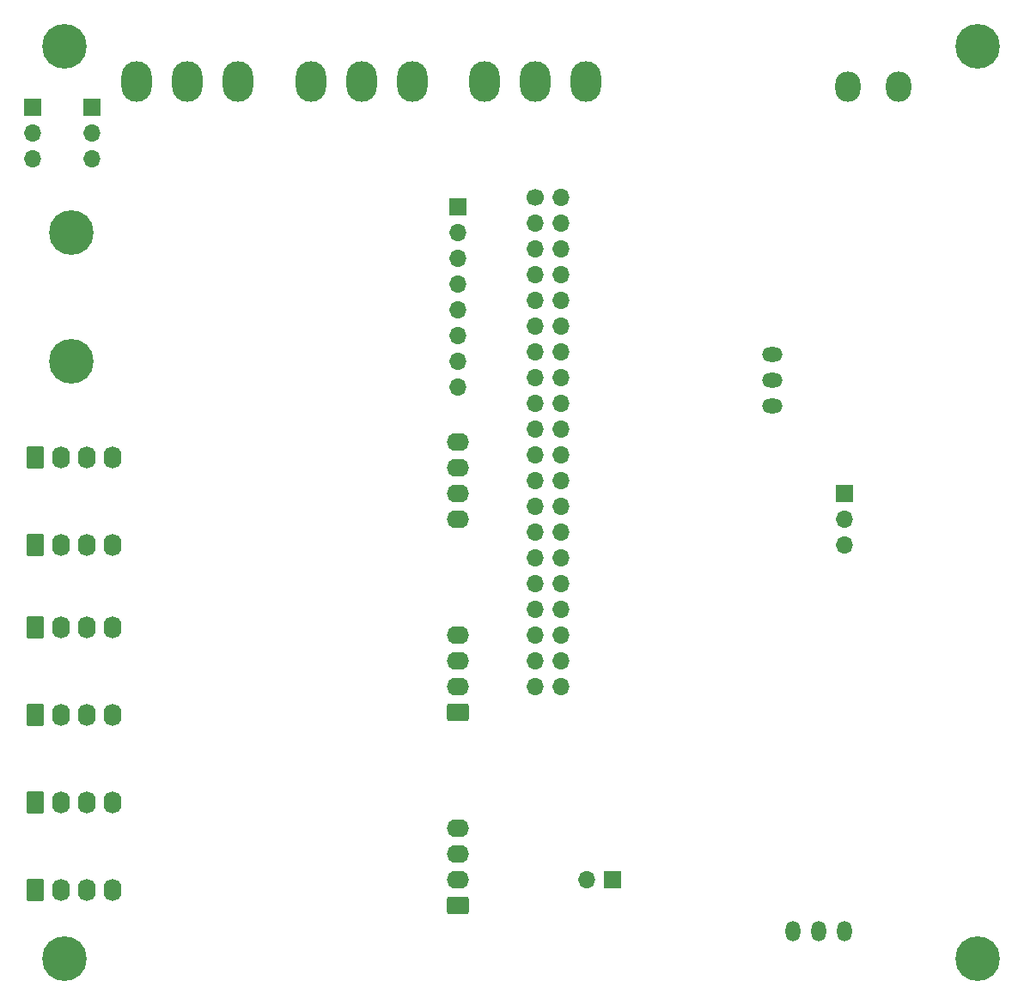
<source format=gbr>
%TF.GenerationSoftware,KiCad,Pcbnew,6.0.5*%
%TF.CreationDate,2022-06-21T11:31:32-03:00*%
%TF.ProjectId,trekking,7472656b-6b69-46e6-972e-6b696361645f,rev?*%
%TF.SameCoordinates,Original*%
%TF.FileFunction,Soldermask,Bot*%
%TF.FilePolarity,Negative*%
%FSLAX46Y46*%
G04 Gerber Fmt 4.6, Leading zero omitted, Abs format (unit mm)*
G04 Created by KiCad (PCBNEW 6.0.5) date 2022-06-21 11:31:32*
%MOMM*%
%LPD*%
G01*
G04 APERTURE LIST*
G04 Aperture macros list*
%AMRoundRect*
0 Rectangle with rounded corners*
0 $1 Rounding radius*
0 $2 $3 $4 $5 $6 $7 $8 $9 X,Y pos of 4 corners*
0 Add a 4 corners polygon primitive as box body*
4,1,4,$2,$3,$4,$5,$6,$7,$8,$9,$2,$3,0*
0 Add four circle primitives for the rounded corners*
1,1,$1+$1,$2,$3*
1,1,$1+$1,$4,$5*
1,1,$1+$1,$6,$7*
1,1,$1+$1,$8,$9*
0 Add four rect primitives between the rounded corners*
20,1,$1+$1,$2,$3,$4,$5,0*
20,1,$1+$1,$4,$5,$6,$7,0*
20,1,$1+$1,$6,$7,$8,$9,0*
20,1,$1+$1,$8,$9,$2,$3,0*%
G04 Aperture macros list end*
%ADD10R,1.700000X1.700000*%
%ADD11O,1.700000X1.700000*%
%ADD12C,4.400000*%
%ADD13O,3.000000X4.000000*%
%ADD14O,1.440000X2.000000*%
%ADD15RoundRect,0.250000X-0.620000X-0.845000X0.620000X-0.845000X0.620000X0.845000X-0.620000X0.845000X0*%
%ADD16O,1.740000X2.190000*%
%ADD17O,2.500000X3.000000*%
%ADD18RoundRect,0.250000X0.845000X-0.620000X0.845000X0.620000X-0.845000X0.620000X-0.845000X-0.620000X0*%
%ADD19O,2.190000X1.740000*%
%ADD20O,2.000000X1.440000*%
%ADD21C,1.700000*%
G04 APERTURE END LIST*
D10*
%TO.C,J2*%
X121920000Y-104140000D03*
D11*
X121920000Y-106680000D03*
X121920000Y-109220000D03*
%TD*%
D12*
%TO.C,REF\u002A\u002A*%
X45000000Y-60000000D03*
%TD*%
D13*
%TO.C,J7*%
X62150000Y-63500000D03*
X57150000Y-63500000D03*
X52150000Y-63500000D03*
%TD*%
D10*
%TO.C,J19*%
X99060000Y-142240000D03*
D11*
X96520000Y-142240000D03*
%TD*%
D14*
%TO.C,RV2*%
X121905000Y-147320000D03*
X119365000Y-147320000D03*
X116825000Y-147320000D03*
%TD*%
D13*
%TO.C,J5*%
X86440000Y-63500000D03*
X91440000Y-63500000D03*
X96440000Y-63500000D03*
%TD*%
D15*
%TO.C,J14*%
X42164000Y-134620000D03*
D16*
X44704000Y-134620000D03*
X47244000Y-134620000D03*
X49784000Y-134620000D03*
%TD*%
D17*
%TO.C,J8*%
X122201500Y-64008000D03*
X127201500Y-64008000D03*
%TD*%
D15*
%TO.C,J15*%
X42164000Y-117348000D03*
D16*
X44704000Y-117348000D03*
X47244000Y-117348000D03*
X49784000Y-117348000D03*
%TD*%
D13*
%TO.C,J6*%
X69295000Y-63500000D03*
X74295000Y-63500000D03*
X79295000Y-63500000D03*
%TD*%
D12*
%TO.C,REF\u002A\u002A*%
X45000000Y-150000000D03*
%TD*%
%TO.C,REF\u002A\u002A*%
X45720000Y-91040000D03*
%TD*%
%TO.C,REF\u002A\u002A*%
X135000000Y-150000000D03*
%TD*%
D10*
%TO.C,J18*%
X83820000Y-75800000D03*
D11*
X83820000Y-78340000D03*
X83820000Y-80880000D03*
X83820000Y-83420000D03*
X83820000Y-85960000D03*
X83820000Y-88500000D03*
X83820000Y-91040000D03*
X83820000Y-93580000D03*
%TD*%
D12*
%TO.C,REF\u002A\u002A*%
X45720000Y-78340000D03*
%TD*%
D10*
%TO.C,J3*%
X47700000Y-66000000D03*
D11*
X47700000Y-68540000D03*
X47700000Y-71080000D03*
%TD*%
D18*
%TO.C,J9*%
X83820000Y-144780000D03*
D19*
X83820000Y-142240000D03*
X83820000Y-139700000D03*
X83820000Y-137160000D03*
%TD*%
D20*
%TO.C,RV1*%
X114808000Y-95504000D03*
X114808000Y-92964000D03*
X114808000Y-90424000D03*
%TD*%
D15*
%TO.C,J12*%
X42164000Y-125984000D03*
D16*
X44704000Y-125984000D03*
X47244000Y-125984000D03*
X49784000Y-125984000D03*
%TD*%
D15*
%TO.C,J16*%
X42164000Y-143256000D03*
D16*
X44704000Y-143256000D03*
X47244000Y-143256000D03*
X49784000Y-143256000D03*
%TD*%
D19*
%TO.C,J11*%
X83820000Y-106680000D03*
X83820000Y-104140000D03*
X83820000Y-101600000D03*
X83820000Y-99060000D03*
%TD*%
D12*
%TO.C,REF\u002A\u002A*%
X135000000Y-60000000D03*
%TD*%
D18*
%TO.C,J10*%
X83820000Y-125730000D03*
D19*
X83820000Y-123190000D03*
X83820000Y-120650000D03*
X83820000Y-118110000D03*
%TD*%
D21*
%TO.C,J1*%
X91435000Y-74930000D03*
D11*
X93975000Y-74930000D03*
X91435000Y-77470000D03*
X93975000Y-77470000D03*
X91435000Y-80010000D03*
X93975000Y-80010000D03*
X91435000Y-82550000D03*
X93975000Y-82550000D03*
X91435000Y-85090000D03*
X93975000Y-85090000D03*
X91435000Y-87630000D03*
X93975000Y-87630000D03*
X91435000Y-90170000D03*
X93975000Y-90170000D03*
X91435000Y-92710000D03*
X93975000Y-92710000D03*
X91435000Y-95250000D03*
X93975000Y-95250000D03*
X91435000Y-97790000D03*
X93975000Y-97790000D03*
X91435000Y-100330000D03*
X93975000Y-100330000D03*
X91435000Y-102870000D03*
X93975000Y-102870000D03*
X91435000Y-105410000D03*
X93975000Y-105410000D03*
X91435000Y-107950000D03*
X93975000Y-107950000D03*
X91435000Y-110490000D03*
X93975000Y-110490000D03*
X91435000Y-113030000D03*
X93975000Y-113030000D03*
X91435000Y-115570000D03*
X93975000Y-115570000D03*
X91435000Y-118110000D03*
X93975000Y-118110000D03*
X91435000Y-120650000D03*
X93975000Y-120650000D03*
X91435000Y-123190000D03*
X93975000Y-123190000D03*
%TD*%
D15*
%TO.C,J17*%
X42164000Y-109220000D03*
D16*
X44704000Y-109220000D03*
X47244000Y-109220000D03*
X49784000Y-109220000D03*
%TD*%
D15*
%TO.C,J13*%
X42164000Y-100584000D03*
D16*
X44704000Y-100584000D03*
X47244000Y-100584000D03*
X49784000Y-100584000D03*
%TD*%
D10*
%TO.C,J4*%
X41910000Y-66040000D03*
D11*
X41910000Y-68580000D03*
X41910000Y-71120000D03*
%TD*%
M02*

</source>
